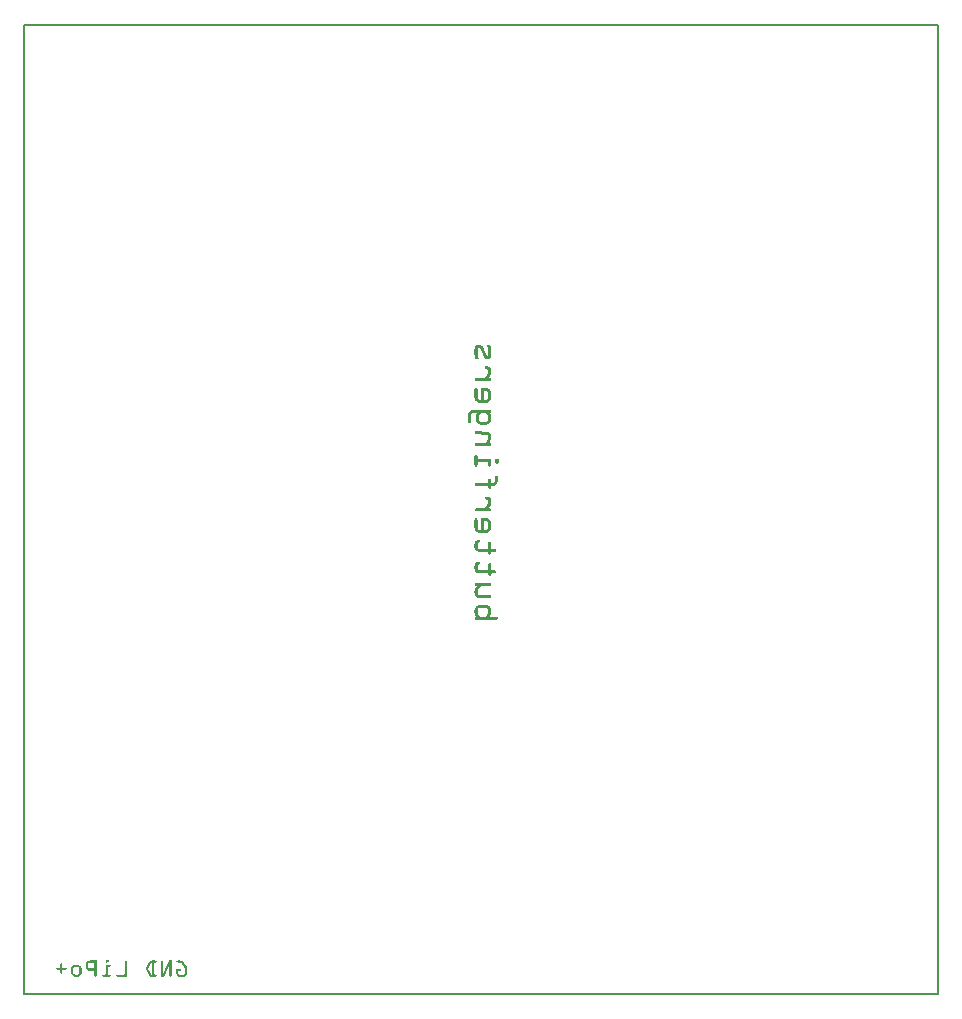
<source format=gbo>
G04 MADE WITH FRITZING*
G04 WWW.FRITZING.ORG*
G04 DOUBLE SIDED*
G04 HOLES PLATED*
G04 CONTOUR ON CENTER OF CONTOUR VECTOR*
%ASAXBY*%
%FSLAX23Y23*%
%MOIN*%
%OFA0B0*%
%SFA1.0B1.0*%
%ADD10R,3.053540X3.235340X3.037540X3.219340*%
%ADD11C,0.008000*%
%ADD12R,0.001000X0.001000*%
%LNSILK0*%
G90*
G70*
G54D11*
X4Y3231D02*
X3050Y3231D01*
X3050Y4D01*
X4Y4D01*
X4Y3231D01*
D02*
G54D12*
X1516Y2166D02*
X1525Y2166D01*
X1514Y2165D02*
X1527Y2165D01*
X1550Y2165D02*
X1555Y2165D01*
X1512Y2164D02*
X1528Y2164D01*
X1549Y2164D02*
X1556Y2164D01*
X1511Y2163D02*
X1530Y2163D01*
X1548Y2163D02*
X1557Y2163D01*
X1510Y2162D02*
X1531Y2162D01*
X1548Y2162D02*
X1558Y2162D01*
X1509Y2161D02*
X1532Y2161D01*
X1548Y2161D02*
X1559Y2161D01*
X1508Y2160D02*
X1533Y2160D01*
X1548Y2160D02*
X1559Y2160D01*
X1508Y2159D02*
X1533Y2159D01*
X1548Y2159D02*
X1560Y2159D01*
X1507Y2158D02*
X1534Y2158D01*
X1549Y2158D02*
X1560Y2158D01*
X1507Y2157D02*
X1534Y2157D01*
X1550Y2157D02*
X1561Y2157D01*
X1506Y2156D02*
X1518Y2156D01*
X1523Y2156D02*
X1535Y2156D01*
X1550Y2156D02*
X1561Y2156D01*
X1506Y2155D02*
X1516Y2155D01*
X1525Y2155D02*
X1535Y2155D01*
X1551Y2155D02*
X1561Y2155D01*
X1506Y2154D02*
X1515Y2154D01*
X1525Y2154D02*
X1535Y2154D01*
X1552Y2154D02*
X1561Y2154D01*
X1506Y2153D02*
X1515Y2153D01*
X1526Y2153D02*
X1536Y2153D01*
X1552Y2153D02*
X1561Y2153D01*
X1506Y2152D02*
X1515Y2152D01*
X1526Y2152D02*
X1536Y2152D01*
X1552Y2152D02*
X1561Y2152D01*
X1505Y2151D02*
X1515Y2151D01*
X1527Y2151D02*
X1537Y2151D01*
X1552Y2151D02*
X1561Y2151D01*
X1505Y2150D02*
X1515Y2150D01*
X1527Y2150D02*
X1537Y2150D01*
X1552Y2150D02*
X1561Y2150D01*
X1505Y2149D02*
X1515Y2149D01*
X1528Y2149D02*
X1538Y2149D01*
X1552Y2149D02*
X1561Y2149D01*
X1505Y2148D02*
X1515Y2148D01*
X1528Y2148D02*
X1538Y2148D01*
X1552Y2148D02*
X1561Y2148D01*
X1505Y2147D02*
X1515Y2147D01*
X1529Y2147D02*
X1538Y2147D01*
X1552Y2147D02*
X1561Y2147D01*
X1505Y2146D02*
X1515Y2146D01*
X1529Y2146D02*
X1539Y2146D01*
X1552Y2146D02*
X1561Y2146D01*
X1505Y2145D02*
X1515Y2145D01*
X1529Y2145D02*
X1539Y2145D01*
X1552Y2145D02*
X1561Y2145D01*
X1505Y2144D02*
X1515Y2144D01*
X1530Y2144D02*
X1540Y2144D01*
X1552Y2144D02*
X1561Y2144D01*
X1505Y2143D02*
X1515Y2143D01*
X1530Y2143D02*
X1540Y2143D01*
X1552Y2143D02*
X1561Y2143D01*
X1505Y2142D02*
X1515Y2142D01*
X1531Y2142D02*
X1541Y2142D01*
X1552Y2142D02*
X1561Y2142D01*
X1505Y2141D02*
X1515Y2141D01*
X1531Y2141D02*
X1541Y2141D01*
X1552Y2141D02*
X1561Y2141D01*
X1505Y2140D02*
X1515Y2140D01*
X1532Y2140D02*
X1541Y2140D01*
X1552Y2140D02*
X1561Y2140D01*
X1505Y2139D02*
X1515Y2139D01*
X1532Y2139D02*
X1542Y2139D01*
X1552Y2139D02*
X1561Y2139D01*
X1505Y2138D02*
X1515Y2138D01*
X1532Y2138D02*
X1542Y2138D01*
X1552Y2138D02*
X1561Y2138D01*
X1505Y2137D02*
X1515Y2137D01*
X1533Y2137D02*
X1543Y2137D01*
X1552Y2137D02*
X1561Y2137D01*
X1505Y2136D02*
X1515Y2136D01*
X1533Y2136D02*
X1543Y2136D01*
X1552Y2136D02*
X1561Y2136D01*
X1505Y2135D02*
X1515Y2135D01*
X1534Y2135D02*
X1544Y2135D01*
X1552Y2135D02*
X1561Y2135D01*
X1505Y2134D02*
X1515Y2134D01*
X1534Y2134D02*
X1544Y2134D01*
X1552Y2134D02*
X1561Y2134D01*
X1505Y2133D02*
X1515Y2133D01*
X1535Y2133D02*
X1545Y2133D01*
X1552Y2133D02*
X1561Y2133D01*
X1506Y2132D02*
X1515Y2132D01*
X1535Y2132D02*
X1545Y2132D01*
X1552Y2132D02*
X1561Y2132D01*
X1506Y2131D02*
X1515Y2131D01*
X1535Y2131D02*
X1545Y2131D01*
X1552Y2131D02*
X1561Y2131D01*
X1506Y2130D02*
X1515Y2130D01*
X1536Y2130D02*
X1546Y2130D01*
X1552Y2130D02*
X1561Y2130D01*
X1506Y2129D02*
X1515Y2129D01*
X1536Y2129D02*
X1547Y2129D01*
X1551Y2129D02*
X1561Y2129D01*
X1506Y2128D02*
X1516Y2128D01*
X1537Y2128D02*
X1561Y2128D01*
X1506Y2127D02*
X1516Y2127D01*
X1537Y2127D02*
X1561Y2127D01*
X1507Y2126D02*
X1517Y2126D01*
X1538Y2126D02*
X1560Y2126D01*
X1507Y2125D02*
X1518Y2125D01*
X1538Y2125D02*
X1560Y2125D01*
X1508Y2124D02*
X1518Y2124D01*
X1539Y2124D02*
X1559Y2124D01*
X1508Y2123D02*
X1519Y2123D01*
X1539Y2123D02*
X1558Y2123D01*
X1509Y2122D02*
X1519Y2122D01*
X1540Y2122D02*
X1557Y2122D01*
X1509Y2121D02*
X1519Y2121D01*
X1542Y2121D02*
X1556Y2121D01*
X1510Y2120D02*
X1518Y2120D01*
X1543Y2120D02*
X1555Y2120D01*
X1511Y2119D02*
X1518Y2119D01*
X1545Y2119D02*
X1553Y2119D01*
X1512Y2118D02*
X1517Y2118D01*
X1542Y2094D02*
X1550Y2094D01*
X1541Y2093D02*
X1553Y2093D01*
X1540Y2092D02*
X1555Y2092D01*
X1540Y2091D02*
X1556Y2091D01*
X1540Y2090D02*
X1557Y2090D01*
X1540Y2089D02*
X1558Y2089D01*
X1540Y2088D02*
X1559Y2088D01*
X1540Y2087D02*
X1559Y2087D01*
X1541Y2086D02*
X1560Y2086D01*
X1542Y2085D02*
X1560Y2085D01*
X1549Y2084D02*
X1561Y2084D01*
X1551Y2083D02*
X1561Y2083D01*
X1551Y2082D02*
X1561Y2082D01*
X1552Y2081D02*
X1561Y2081D01*
X1552Y2080D02*
X1561Y2080D01*
X1552Y2079D02*
X1561Y2079D01*
X1552Y2078D02*
X1561Y2078D01*
X1552Y2077D02*
X1561Y2077D01*
X1552Y2076D02*
X1561Y2076D01*
X1552Y2075D02*
X1561Y2075D01*
X1552Y2074D02*
X1561Y2074D01*
X1552Y2073D02*
X1561Y2073D01*
X1552Y2072D02*
X1561Y2072D01*
X1552Y2071D02*
X1561Y2071D01*
X1551Y2070D02*
X1561Y2070D01*
X1550Y2069D02*
X1561Y2069D01*
X1549Y2068D02*
X1561Y2068D01*
X1548Y2067D02*
X1561Y2067D01*
X1547Y2066D02*
X1560Y2066D01*
X1547Y2065D02*
X1559Y2065D01*
X1546Y2064D02*
X1558Y2064D01*
X1545Y2063D02*
X1557Y2063D01*
X1544Y2062D02*
X1556Y2062D01*
X1543Y2061D02*
X1555Y2061D01*
X1542Y2060D02*
X1555Y2060D01*
X1541Y2059D02*
X1554Y2059D01*
X1541Y2058D02*
X1553Y2058D01*
X1540Y2057D02*
X1552Y2057D01*
X1539Y2056D02*
X1551Y2056D01*
X1538Y2055D02*
X1551Y2055D01*
X1508Y2054D02*
X1559Y2054D01*
X1507Y2053D02*
X1560Y2053D01*
X1506Y2052D02*
X1561Y2052D01*
X1506Y2051D02*
X1561Y2051D01*
X1506Y2050D02*
X1561Y2050D01*
X1506Y2049D02*
X1561Y2049D01*
X1506Y2048D02*
X1561Y2048D01*
X1506Y2047D02*
X1560Y2047D01*
X1507Y2046D02*
X1559Y2046D01*
X1509Y2045D02*
X1557Y2045D01*
X1509Y2022D02*
X1511Y2022D01*
X1530Y2022D02*
X1546Y2022D01*
X1507Y2021D02*
X1513Y2021D01*
X1528Y2021D02*
X1549Y2021D01*
X1506Y2020D02*
X1514Y2020D01*
X1528Y2020D02*
X1551Y2020D01*
X1506Y2019D02*
X1514Y2019D01*
X1527Y2019D02*
X1552Y2019D01*
X1506Y2018D02*
X1514Y2018D01*
X1527Y2018D02*
X1554Y2018D01*
X1505Y2017D02*
X1515Y2017D01*
X1527Y2017D02*
X1555Y2017D01*
X1505Y2016D02*
X1515Y2016D01*
X1527Y2016D02*
X1555Y2016D01*
X1505Y2015D02*
X1515Y2015D01*
X1527Y2015D02*
X1556Y2015D01*
X1505Y2014D02*
X1515Y2014D01*
X1527Y2014D02*
X1557Y2014D01*
X1505Y2013D02*
X1515Y2013D01*
X1527Y2013D02*
X1558Y2013D01*
X1505Y2012D02*
X1515Y2012D01*
X1527Y2012D02*
X1536Y2012D01*
X1545Y2012D02*
X1559Y2012D01*
X1505Y2011D02*
X1515Y2011D01*
X1527Y2011D02*
X1536Y2011D01*
X1547Y2011D02*
X1559Y2011D01*
X1505Y2010D02*
X1515Y2010D01*
X1527Y2010D02*
X1536Y2010D01*
X1549Y2010D02*
X1560Y2010D01*
X1505Y2009D02*
X1515Y2009D01*
X1527Y2009D02*
X1536Y2009D01*
X1550Y2009D02*
X1560Y2009D01*
X1505Y2008D02*
X1515Y2008D01*
X1527Y2008D02*
X1536Y2008D01*
X1550Y2008D02*
X1561Y2008D01*
X1505Y2007D02*
X1515Y2007D01*
X1527Y2007D02*
X1536Y2007D01*
X1551Y2007D02*
X1561Y2007D01*
X1505Y2006D02*
X1515Y2006D01*
X1527Y2006D02*
X1536Y2006D01*
X1552Y2006D02*
X1561Y2006D01*
X1505Y2005D02*
X1515Y2005D01*
X1527Y2005D02*
X1536Y2005D01*
X1552Y2005D02*
X1561Y2005D01*
X1505Y2004D02*
X1515Y2004D01*
X1527Y2004D02*
X1536Y2004D01*
X1552Y2004D02*
X1561Y2004D01*
X1505Y2003D02*
X1515Y2003D01*
X1527Y2003D02*
X1536Y2003D01*
X1552Y2003D02*
X1561Y2003D01*
X1505Y2002D02*
X1515Y2002D01*
X1527Y2002D02*
X1536Y2002D01*
X1552Y2002D02*
X1561Y2002D01*
X1505Y2001D02*
X1515Y2001D01*
X1527Y2001D02*
X1536Y2001D01*
X1552Y2001D02*
X1561Y2001D01*
X1505Y2000D02*
X1515Y2000D01*
X1527Y2000D02*
X1536Y2000D01*
X1552Y2000D02*
X1561Y2000D01*
X1505Y1999D02*
X1515Y1999D01*
X1527Y1999D02*
X1536Y1999D01*
X1552Y1999D02*
X1561Y1999D01*
X1505Y1998D02*
X1515Y1998D01*
X1527Y1998D02*
X1536Y1998D01*
X1552Y1998D02*
X1561Y1998D01*
X1505Y1997D02*
X1515Y1997D01*
X1527Y1997D02*
X1536Y1997D01*
X1552Y1997D02*
X1561Y1997D01*
X1505Y1996D02*
X1515Y1996D01*
X1527Y1996D02*
X1536Y1996D01*
X1552Y1996D02*
X1561Y1996D01*
X1505Y1995D02*
X1515Y1995D01*
X1527Y1995D02*
X1536Y1995D01*
X1552Y1995D02*
X1561Y1995D01*
X1505Y1994D02*
X1515Y1994D01*
X1527Y1994D02*
X1536Y1994D01*
X1552Y1994D02*
X1561Y1994D01*
X1505Y1993D02*
X1515Y1993D01*
X1527Y1993D02*
X1536Y1993D01*
X1552Y1993D02*
X1561Y1993D01*
X1505Y1992D02*
X1515Y1992D01*
X1527Y1992D02*
X1536Y1992D01*
X1552Y1992D02*
X1561Y1992D01*
X1505Y1991D02*
X1515Y1991D01*
X1527Y1991D02*
X1536Y1991D01*
X1552Y1991D02*
X1561Y1991D01*
X1506Y1990D02*
X1515Y1990D01*
X1527Y1990D02*
X1536Y1990D01*
X1552Y1990D02*
X1561Y1990D01*
X1506Y1989D02*
X1515Y1989D01*
X1527Y1989D02*
X1536Y1989D01*
X1552Y1989D02*
X1561Y1989D01*
X1506Y1988D02*
X1516Y1988D01*
X1527Y1988D02*
X1536Y1988D01*
X1551Y1988D02*
X1561Y1988D01*
X1506Y1987D02*
X1516Y1987D01*
X1527Y1987D02*
X1536Y1987D01*
X1550Y1987D02*
X1561Y1987D01*
X1506Y1986D02*
X1517Y1986D01*
X1527Y1986D02*
X1536Y1986D01*
X1549Y1986D02*
X1560Y1986D01*
X1507Y1985D02*
X1518Y1985D01*
X1527Y1985D02*
X1536Y1985D01*
X1549Y1985D02*
X1560Y1985D01*
X1507Y1984D02*
X1519Y1984D01*
X1527Y1984D02*
X1536Y1984D01*
X1547Y1984D02*
X1559Y1984D01*
X1508Y1983D02*
X1521Y1983D01*
X1527Y1983D02*
X1536Y1983D01*
X1546Y1983D02*
X1559Y1983D01*
X1509Y1982D02*
X1558Y1982D01*
X1509Y1981D02*
X1557Y1981D01*
X1510Y1980D02*
X1556Y1980D01*
X1511Y1979D02*
X1556Y1979D01*
X1512Y1978D02*
X1555Y1978D01*
X1513Y1977D02*
X1554Y1977D01*
X1514Y1976D02*
X1553Y1976D01*
X1515Y1975D02*
X1551Y1975D01*
X1517Y1974D02*
X1549Y1974D01*
X1520Y1973D02*
X1547Y1973D01*
X1503Y1950D02*
X1556Y1950D01*
X1497Y1949D02*
X1559Y1949D01*
X1495Y1948D02*
X1560Y1948D01*
X1494Y1947D02*
X1561Y1947D01*
X1492Y1946D02*
X1561Y1946D01*
X1491Y1945D02*
X1561Y1945D01*
X1490Y1944D02*
X1561Y1944D01*
X1490Y1943D02*
X1561Y1943D01*
X1489Y1942D02*
X1560Y1942D01*
X1488Y1941D02*
X1559Y1941D01*
X1487Y1940D02*
X1557Y1940D01*
X1486Y1939D02*
X1499Y1939D01*
X1516Y1939D02*
X1528Y1939D01*
X1542Y1939D02*
X1555Y1939D01*
X1486Y1938D02*
X1498Y1938D01*
X1515Y1938D02*
X1527Y1938D01*
X1544Y1938D02*
X1556Y1938D01*
X1485Y1937D02*
X1497Y1937D01*
X1514Y1937D02*
X1526Y1937D01*
X1545Y1937D02*
X1557Y1937D01*
X1485Y1936D02*
X1496Y1936D01*
X1513Y1936D02*
X1526Y1936D01*
X1545Y1936D02*
X1558Y1936D01*
X1485Y1935D02*
X1495Y1935D01*
X1512Y1935D02*
X1525Y1935D01*
X1546Y1935D02*
X1558Y1935D01*
X1485Y1934D02*
X1494Y1934D01*
X1512Y1934D02*
X1524Y1934D01*
X1547Y1934D02*
X1559Y1934D01*
X1484Y1933D02*
X1494Y1933D01*
X1511Y1933D02*
X1523Y1933D01*
X1548Y1933D02*
X1560Y1933D01*
X1484Y1932D02*
X1493Y1932D01*
X1511Y1932D02*
X1522Y1932D01*
X1549Y1932D02*
X1560Y1932D01*
X1484Y1931D02*
X1493Y1931D01*
X1511Y1931D02*
X1521Y1931D01*
X1550Y1931D02*
X1560Y1931D01*
X1484Y1930D02*
X1493Y1930D01*
X1510Y1930D02*
X1520Y1930D01*
X1551Y1930D02*
X1561Y1930D01*
X1484Y1929D02*
X1493Y1929D01*
X1510Y1929D02*
X1520Y1929D01*
X1551Y1929D02*
X1561Y1929D01*
X1484Y1928D02*
X1493Y1928D01*
X1510Y1928D02*
X1519Y1928D01*
X1552Y1928D02*
X1561Y1928D01*
X1484Y1927D02*
X1493Y1927D01*
X1510Y1927D02*
X1519Y1927D01*
X1552Y1927D02*
X1561Y1927D01*
X1484Y1926D02*
X1493Y1926D01*
X1510Y1926D02*
X1519Y1926D01*
X1552Y1926D02*
X1561Y1926D01*
X1484Y1925D02*
X1493Y1925D01*
X1510Y1925D02*
X1519Y1925D01*
X1552Y1925D02*
X1561Y1925D01*
X1484Y1924D02*
X1493Y1924D01*
X1510Y1924D02*
X1519Y1924D01*
X1552Y1924D02*
X1561Y1924D01*
X1484Y1923D02*
X1493Y1923D01*
X1510Y1923D02*
X1519Y1923D01*
X1552Y1923D02*
X1561Y1923D01*
X1484Y1922D02*
X1493Y1922D01*
X1510Y1922D02*
X1519Y1922D01*
X1552Y1922D02*
X1561Y1922D01*
X1484Y1921D02*
X1493Y1921D01*
X1510Y1921D02*
X1519Y1921D01*
X1552Y1921D02*
X1561Y1921D01*
X1484Y1920D02*
X1493Y1920D01*
X1510Y1920D02*
X1519Y1920D01*
X1552Y1920D02*
X1561Y1920D01*
X1484Y1919D02*
X1493Y1919D01*
X1510Y1919D02*
X1519Y1919D01*
X1552Y1919D02*
X1561Y1919D01*
X1484Y1918D02*
X1493Y1918D01*
X1510Y1918D02*
X1519Y1918D01*
X1552Y1918D02*
X1561Y1918D01*
X1484Y1917D02*
X1493Y1917D01*
X1510Y1917D02*
X1519Y1917D01*
X1552Y1917D02*
X1561Y1917D01*
X1484Y1916D02*
X1493Y1916D01*
X1510Y1916D02*
X1520Y1916D01*
X1551Y1916D02*
X1561Y1916D01*
X1484Y1915D02*
X1493Y1915D01*
X1510Y1915D02*
X1520Y1915D01*
X1551Y1915D02*
X1561Y1915D01*
X1484Y1914D02*
X1493Y1914D01*
X1510Y1914D02*
X1521Y1914D01*
X1550Y1914D02*
X1560Y1914D01*
X1484Y1913D02*
X1493Y1913D01*
X1511Y1913D02*
X1522Y1913D01*
X1549Y1913D02*
X1560Y1913D01*
X1484Y1912D02*
X1493Y1912D01*
X1511Y1912D02*
X1523Y1912D01*
X1548Y1912D02*
X1560Y1912D01*
X1484Y1911D02*
X1493Y1911D01*
X1512Y1911D02*
X1524Y1911D01*
X1547Y1911D02*
X1559Y1911D01*
X1484Y1910D02*
X1493Y1910D01*
X1513Y1910D02*
X1558Y1910D01*
X1484Y1909D02*
X1493Y1909D01*
X1513Y1909D02*
X1558Y1909D01*
X1485Y1908D02*
X1493Y1908D01*
X1514Y1908D02*
X1557Y1908D01*
X1485Y1907D02*
X1492Y1907D01*
X1515Y1907D02*
X1556Y1907D01*
X1487Y1906D02*
X1491Y1906D01*
X1516Y1906D02*
X1555Y1906D01*
X1517Y1905D02*
X1554Y1905D01*
X1518Y1904D02*
X1553Y1904D01*
X1519Y1903D02*
X1552Y1903D01*
X1521Y1902D02*
X1550Y1902D01*
X1523Y1901D02*
X1548Y1901D01*
X1508Y1877D02*
X1529Y1877D01*
X1507Y1876D02*
X1550Y1876D01*
X1506Y1875D02*
X1553Y1875D01*
X1506Y1874D02*
X1554Y1874D01*
X1506Y1873D02*
X1556Y1873D01*
X1506Y1872D02*
X1557Y1872D01*
X1506Y1871D02*
X1558Y1871D01*
X1506Y1870D02*
X1559Y1870D01*
X1507Y1869D02*
X1559Y1869D01*
X1509Y1868D02*
X1560Y1868D01*
X1528Y1867D02*
X1560Y1867D01*
X1549Y1866D02*
X1561Y1866D01*
X1550Y1865D02*
X1561Y1865D01*
X1551Y1864D02*
X1561Y1864D01*
X1552Y1863D02*
X1561Y1863D01*
X1552Y1862D02*
X1561Y1862D01*
X1552Y1861D02*
X1561Y1861D01*
X1552Y1860D02*
X1561Y1860D01*
X1552Y1859D02*
X1561Y1859D01*
X1552Y1858D02*
X1561Y1858D01*
X1552Y1857D02*
X1561Y1857D01*
X1552Y1856D02*
X1561Y1856D01*
X1552Y1855D02*
X1561Y1855D01*
X1552Y1854D02*
X1561Y1854D01*
X1551Y1853D02*
X1561Y1853D01*
X1551Y1852D02*
X1561Y1852D01*
X1550Y1851D02*
X1560Y1851D01*
X1549Y1850D02*
X1560Y1850D01*
X1549Y1849D02*
X1560Y1849D01*
X1548Y1848D02*
X1559Y1848D01*
X1547Y1847D02*
X1558Y1847D01*
X1547Y1846D02*
X1558Y1846D01*
X1546Y1845D02*
X1557Y1845D01*
X1546Y1844D02*
X1557Y1844D01*
X1545Y1843D02*
X1556Y1843D01*
X1544Y1842D02*
X1555Y1842D01*
X1544Y1841D02*
X1555Y1841D01*
X1543Y1840D02*
X1554Y1840D01*
X1542Y1839D02*
X1553Y1839D01*
X1511Y1838D02*
X1556Y1838D01*
X1508Y1837D02*
X1559Y1837D01*
X1507Y1836D02*
X1560Y1836D01*
X1506Y1835D02*
X1561Y1835D01*
X1506Y1834D02*
X1561Y1834D01*
X1506Y1833D02*
X1561Y1833D01*
X1506Y1832D02*
X1561Y1832D01*
X1506Y1831D02*
X1561Y1831D01*
X1507Y1830D02*
X1560Y1830D01*
X1508Y1829D02*
X1559Y1829D01*
X1510Y1828D02*
X1557Y1828D01*
X1509Y1800D02*
X1511Y1800D01*
X1507Y1799D02*
X1513Y1799D01*
X1506Y1798D02*
X1514Y1798D01*
X1506Y1797D02*
X1514Y1797D01*
X1506Y1796D02*
X1514Y1796D01*
X1505Y1795D02*
X1515Y1795D01*
X1505Y1794D02*
X1515Y1794D01*
X1505Y1793D02*
X1515Y1793D01*
X1505Y1792D02*
X1515Y1792D01*
X1505Y1791D02*
X1515Y1791D01*
X1505Y1790D02*
X1515Y1790D01*
X1505Y1789D02*
X1515Y1789D01*
X1505Y1788D02*
X1515Y1788D01*
X1505Y1787D02*
X1515Y1787D01*
X1505Y1786D02*
X1515Y1786D01*
X1505Y1785D02*
X1558Y1785D01*
X1576Y1785D02*
X1584Y1785D01*
X1505Y1784D02*
X1560Y1784D01*
X1575Y1784D02*
X1585Y1784D01*
X1505Y1783D02*
X1560Y1783D01*
X1574Y1783D02*
X1586Y1783D01*
X1505Y1782D02*
X1561Y1782D01*
X1574Y1782D02*
X1586Y1782D01*
X1505Y1781D02*
X1561Y1781D01*
X1573Y1781D02*
X1587Y1781D01*
X1505Y1780D02*
X1561Y1780D01*
X1573Y1780D02*
X1587Y1780D01*
X1505Y1779D02*
X1561Y1779D01*
X1573Y1779D02*
X1587Y1779D01*
X1505Y1778D02*
X1561Y1778D01*
X1573Y1778D02*
X1587Y1778D01*
X1505Y1777D02*
X1561Y1777D01*
X1573Y1777D02*
X1587Y1777D01*
X1505Y1776D02*
X1561Y1776D01*
X1573Y1776D02*
X1587Y1776D01*
X1505Y1775D02*
X1515Y1775D01*
X1552Y1775D02*
X1561Y1775D01*
X1573Y1775D02*
X1587Y1775D01*
X1505Y1774D02*
X1515Y1774D01*
X1552Y1774D02*
X1561Y1774D01*
X1574Y1774D02*
X1586Y1774D01*
X1505Y1773D02*
X1515Y1773D01*
X1552Y1773D02*
X1561Y1773D01*
X1574Y1773D02*
X1586Y1773D01*
X1505Y1772D02*
X1515Y1772D01*
X1552Y1772D02*
X1561Y1772D01*
X1575Y1772D02*
X1585Y1772D01*
X1505Y1771D02*
X1515Y1771D01*
X1552Y1771D02*
X1561Y1771D01*
X1576Y1771D02*
X1584Y1771D01*
X1505Y1770D02*
X1515Y1770D01*
X1552Y1770D02*
X1561Y1770D01*
X1505Y1769D02*
X1515Y1769D01*
X1552Y1769D02*
X1561Y1769D01*
X1505Y1768D02*
X1515Y1768D01*
X1552Y1768D02*
X1561Y1768D01*
X1505Y1767D02*
X1515Y1767D01*
X1552Y1767D02*
X1561Y1767D01*
X1505Y1766D02*
X1515Y1766D01*
X1552Y1766D02*
X1561Y1766D01*
X1506Y1765D02*
X1514Y1765D01*
X1552Y1765D02*
X1561Y1765D01*
X1506Y1764D02*
X1514Y1764D01*
X1552Y1764D02*
X1561Y1764D01*
X1506Y1763D02*
X1514Y1763D01*
X1553Y1763D02*
X1560Y1763D01*
X1507Y1762D02*
X1513Y1762D01*
X1554Y1762D02*
X1560Y1762D01*
X1509Y1761D02*
X1512Y1761D01*
X1555Y1761D02*
X1558Y1761D01*
X1576Y1730D02*
X1580Y1730D01*
X1575Y1729D02*
X1581Y1729D01*
X1574Y1728D02*
X1582Y1728D01*
X1574Y1727D02*
X1582Y1727D01*
X1573Y1726D02*
X1582Y1726D01*
X1573Y1725D02*
X1582Y1725D01*
X1573Y1724D02*
X1582Y1724D01*
X1573Y1723D02*
X1582Y1723D01*
X1573Y1722D02*
X1582Y1722D01*
X1573Y1721D02*
X1582Y1721D01*
X1555Y1720D02*
X1558Y1720D01*
X1573Y1720D02*
X1582Y1720D01*
X1554Y1719D02*
X1560Y1719D01*
X1573Y1719D02*
X1582Y1719D01*
X1553Y1718D02*
X1561Y1718D01*
X1573Y1718D02*
X1582Y1718D01*
X1552Y1717D02*
X1561Y1717D01*
X1573Y1717D02*
X1582Y1717D01*
X1552Y1716D02*
X1561Y1716D01*
X1573Y1716D02*
X1582Y1716D01*
X1552Y1715D02*
X1561Y1715D01*
X1573Y1715D02*
X1582Y1715D01*
X1552Y1714D02*
X1561Y1714D01*
X1573Y1714D02*
X1582Y1714D01*
X1552Y1713D02*
X1561Y1713D01*
X1573Y1713D02*
X1582Y1713D01*
X1552Y1712D02*
X1561Y1712D01*
X1573Y1712D02*
X1582Y1712D01*
X1552Y1711D02*
X1561Y1711D01*
X1573Y1711D02*
X1582Y1711D01*
X1552Y1710D02*
X1561Y1710D01*
X1573Y1710D02*
X1582Y1710D01*
X1552Y1709D02*
X1561Y1709D01*
X1572Y1709D02*
X1582Y1709D01*
X1552Y1708D02*
X1561Y1708D01*
X1571Y1708D02*
X1582Y1708D01*
X1552Y1707D02*
X1561Y1707D01*
X1570Y1707D02*
X1581Y1707D01*
X1552Y1706D02*
X1561Y1706D01*
X1568Y1706D02*
X1581Y1706D01*
X1508Y1705D02*
X1580Y1705D01*
X1507Y1704D02*
X1580Y1704D01*
X1506Y1703D02*
X1579Y1703D01*
X1506Y1702D02*
X1578Y1702D01*
X1506Y1701D02*
X1577Y1701D01*
X1506Y1700D02*
X1576Y1700D01*
X1506Y1699D02*
X1575Y1699D01*
X1506Y1698D02*
X1573Y1698D01*
X1507Y1697D02*
X1572Y1697D01*
X1509Y1696D02*
X1568Y1696D01*
X1552Y1695D02*
X1561Y1695D01*
X1552Y1694D02*
X1561Y1694D01*
X1552Y1693D02*
X1561Y1693D01*
X1552Y1692D02*
X1561Y1692D01*
X1552Y1691D02*
X1561Y1691D01*
X1552Y1690D02*
X1561Y1690D01*
X1553Y1689D02*
X1561Y1689D01*
X1553Y1688D02*
X1560Y1688D01*
X1554Y1687D02*
X1559Y1687D01*
X1556Y1686D02*
X1558Y1686D01*
X1542Y1660D02*
X1551Y1660D01*
X1541Y1659D02*
X1553Y1659D01*
X1540Y1658D02*
X1555Y1658D01*
X1540Y1657D02*
X1556Y1657D01*
X1540Y1656D02*
X1557Y1656D01*
X1540Y1655D02*
X1558Y1655D01*
X1540Y1654D02*
X1559Y1654D01*
X1540Y1653D02*
X1559Y1653D01*
X1541Y1652D02*
X1560Y1652D01*
X1543Y1651D02*
X1560Y1651D01*
X1550Y1650D02*
X1561Y1650D01*
X1551Y1649D02*
X1561Y1649D01*
X1552Y1648D02*
X1561Y1648D01*
X1552Y1647D02*
X1561Y1647D01*
X1552Y1646D02*
X1561Y1646D01*
X1552Y1645D02*
X1561Y1645D01*
X1552Y1644D02*
X1561Y1644D01*
X1552Y1643D02*
X1561Y1643D01*
X1552Y1642D02*
X1561Y1642D01*
X1552Y1641D02*
X1561Y1641D01*
X1552Y1640D02*
X1561Y1640D01*
X1552Y1639D02*
X1561Y1639D01*
X1552Y1638D02*
X1561Y1638D01*
X1552Y1637D02*
X1561Y1637D01*
X1551Y1636D02*
X1561Y1636D01*
X1550Y1635D02*
X1561Y1635D01*
X1549Y1634D02*
X1561Y1634D01*
X1548Y1633D02*
X1560Y1633D01*
X1547Y1632D02*
X1560Y1632D01*
X1546Y1631D02*
X1559Y1631D01*
X1545Y1630D02*
X1558Y1630D01*
X1545Y1629D02*
X1557Y1629D01*
X1544Y1628D02*
X1556Y1628D01*
X1543Y1627D02*
X1555Y1627D01*
X1542Y1626D02*
X1554Y1626D01*
X1541Y1625D02*
X1554Y1625D01*
X1540Y1624D02*
X1553Y1624D01*
X1539Y1623D02*
X1552Y1623D01*
X1539Y1622D02*
X1551Y1622D01*
X1510Y1621D02*
X1557Y1621D01*
X1507Y1620D02*
X1559Y1620D01*
X1507Y1619D02*
X1560Y1619D01*
X1506Y1618D02*
X1561Y1618D01*
X1506Y1617D02*
X1561Y1617D01*
X1506Y1616D02*
X1561Y1616D01*
X1506Y1615D02*
X1561Y1615D01*
X1506Y1614D02*
X1561Y1614D01*
X1507Y1613D02*
X1560Y1613D01*
X1508Y1612D02*
X1559Y1612D01*
X1508Y1588D02*
X1512Y1588D01*
X1530Y1588D02*
X1547Y1588D01*
X1507Y1587D02*
X1513Y1587D01*
X1528Y1587D02*
X1550Y1587D01*
X1506Y1586D02*
X1514Y1586D01*
X1527Y1586D02*
X1551Y1586D01*
X1506Y1585D02*
X1514Y1585D01*
X1527Y1585D02*
X1553Y1585D01*
X1506Y1584D02*
X1514Y1584D01*
X1527Y1584D02*
X1554Y1584D01*
X1505Y1583D02*
X1515Y1583D01*
X1527Y1583D02*
X1555Y1583D01*
X1505Y1582D02*
X1515Y1582D01*
X1527Y1582D02*
X1556Y1582D01*
X1505Y1581D02*
X1515Y1581D01*
X1527Y1581D02*
X1557Y1581D01*
X1505Y1580D02*
X1515Y1580D01*
X1527Y1580D02*
X1557Y1580D01*
X1505Y1579D02*
X1515Y1579D01*
X1527Y1579D02*
X1558Y1579D01*
X1505Y1578D02*
X1515Y1578D01*
X1527Y1578D02*
X1536Y1578D01*
X1546Y1578D02*
X1559Y1578D01*
X1505Y1577D02*
X1515Y1577D01*
X1527Y1577D02*
X1536Y1577D01*
X1548Y1577D02*
X1559Y1577D01*
X1505Y1576D02*
X1515Y1576D01*
X1527Y1576D02*
X1536Y1576D01*
X1549Y1576D02*
X1560Y1576D01*
X1505Y1575D02*
X1515Y1575D01*
X1527Y1575D02*
X1536Y1575D01*
X1550Y1575D02*
X1560Y1575D01*
X1505Y1574D02*
X1515Y1574D01*
X1527Y1574D02*
X1536Y1574D01*
X1550Y1574D02*
X1561Y1574D01*
X1505Y1573D02*
X1515Y1573D01*
X1527Y1573D02*
X1536Y1573D01*
X1551Y1573D02*
X1561Y1573D01*
X1505Y1572D02*
X1515Y1572D01*
X1527Y1572D02*
X1536Y1572D01*
X1552Y1572D02*
X1561Y1572D01*
X1505Y1571D02*
X1515Y1571D01*
X1527Y1571D02*
X1536Y1571D01*
X1552Y1571D02*
X1561Y1571D01*
X1505Y1570D02*
X1515Y1570D01*
X1527Y1570D02*
X1536Y1570D01*
X1552Y1570D02*
X1561Y1570D01*
X1505Y1569D02*
X1515Y1569D01*
X1527Y1569D02*
X1536Y1569D01*
X1552Y1569D02*
X1561Y1569D01*
X1505Y1568D02*
X1515Y1568D01*
X1527Y1568D02*
X1536Y1568D01*
X1552Y1568D02*
X1561Y1568D01*
X1505Y1567D02*
X1515Y1567D01*
X1527Y1567D02*
X1536Y1567D01*
X1552Y1567D02*
X1561Y1567D01*
X1505Y1566D02*
X1515Y1566D01*
X1527Y1566D02*
X1536Y1566D01*
X1552Y1566D02*
X1561Y1566D01*
X1505Y1565D02*
X1515Y1565D01*
X1527Y1565D02*
X1536Y1565D01*
X1552Y1565D02*
X1561Y1565D01*
X1505Y1564D02*
X1515Y1564D01*
X1527Y1564D02*
X1536Y1564D01*
X1552Y1564D02*
X1561Y1564D01*
X1505Y1563D02*
X1515Y1563D01*
X1527Y1563D02*
X1536Y1563D01*
X1552Y1563D02*
X1561Y1563D01*
X1505Y1562D02*
X1515Y1562D01*
X1527Y1562D02*
X1536Y1562D01*
X1552Y1562D02*
X1561Y1562D01*
X1505Y1561D02*
X1515Y1561D01*
X1527Y1561D02*
X1536Y1561D01*
X1552Y1561D02*
X1561Y1561D01*
X1505Y1560D02*
X1515Y1560D01*
X1527Y1560D02*
X1536Y1560D01*
X1552Y1560D02*
X1561Y1560D01*
X1505Y1559D02*
X1515Y1559D01*
X1527Y1559D02*
X1536Y1559D01*
X1552Y1559D02*
X1561Y1559D01*
X1505Y1558D02*
X1515Y1558D01*
X1527Y1558D02*
X1536Y1558D01*
X1552Y1558D02*
X1561Y1558D01*
X1505Y1557D02*
X1515Y1557D01*
X1527Y1557D02*
X1536Y1557D01*
X1552Y1557D02*
X1561Y1557D01*
X1506Y1556D02*
X1515Y1556D01*
X1527Y1556D02*
X1536Y1556D01*
X1552Y1556D02*
X1561Y1556D01*
X1506Y1555D02*
X1515Y1555D01*
X1527Y1555D02*
X1536Y1555D01*
X1552Y1555D02*
X1561Y1555D01*
X1506Y1554D02*
X1516Y1554D01*
X1527Y1554D02*
X1536Y1554D01*
X1551Y1554D02*
X1561Y1554D01*
X1506Y1553D02*
X1517Y1553D01*
X1527Y1553D02*
X1536Y1553D01*
X1550Y1553D02*
X1561Y1553D01*
X1506Y1552D02*
X1517Y1552D01*
X1527Y1552D02*
X1536Y1552D01*
X1549Y1552D02*
X1560Y1552D01*
X1507Y1551D02*
X1518Y1551D01*
X1527Y1551D02*
X1536Y1551D01*
X1548Y1551D02*
X1560Y1551D01*
X1507Y1550D02*
X1520Y1550D01*
X1527Y1550D02*
X1536Y1550D01*
X1547Y1550D02*
X1559Y1550D01*
X1508Y1549D02*
X1522Y1549D01*
X1526Y1549D02*
X1536Y1549D01*
X1545Y1549D02*
X1559Y1549D01*
X1509Y1548D02*
X1558Y1548D01*
X1509Y1547D02*
X1557Y1547D01*
X1510Y1546D02*
X1556Y1546D01*
X1511Y1545D02*
X1555Y1545D01*
X1512Y1544D02*
X1554Y1544D01*
X1513Y1543D02*
X1554Y1543D01*
X1514Y1542D02*
X1552Y1542D01*
X1516Y1541D02*
X1551Y1541D01*
X1517Y1540D02*
X1549Y1540D01*
X1521Y1539D02*
X1545Y1539D01*
X1517Y1516D02*
X1519Y1516D01*
X1514Y1515D02*
X1521Y1515D01*
X1513Y1514D02*
X1522Y1514D01*
X1511Y1513D02*
X1523Y1513D01*
X1510Y1512D02*
X1523Y1512D01*
X1509Y1511D02*
X1523Y1511D01*
X1556Y1511D02*
X1557Y1511D01*
X1508Y1510D02*
X1523Y1510D01*
X1554Y1510D02*
X1559Y1510D01*
X1508Y1509D02*
X1522Y1509D01*
X1553Y1509D02*
X1560Y1509D01*
X1507Y1508D02*
X1522Y1508D01*
X1553Y1508D02*
X1561Y1508D01*
X1507Y1507D02*
X1520Y1507D01*
X1552Y1507D02*
X1561Y1507D01*
X1506Y1506D02*
X1518Y1506D01*
X1552Y1506D02*
X1561Y1506D01*
X1506Y1505D02*
X1517Y1505D01*
X1552Y1505D02*
X1561Y1505D01*
X1506Y1504D02*
X1516Y1504D01*
X1552Y1504D02*
X1561Y1504D01*
X1506Y1503D02*
X1515Y1503D01*
X1552Y1503D02*
X1561Y1503D01*
X1506Y1502D02*
X1515Y1502D01*
X1552Y1502D02*
X1561Y1502D01*
X1505Y1501D02*
X1515Y1501D01*
X1552Y1501D02*
X1561Y1501D01*
X1505Y1500D02*
X1515Y1500D01*
X1552Y1500D02*
X1561Y1500D01*
X1505Y1499D02*
X1515Y1499D01*
X1552Y1499D02*
X1561Y1499D01*
X1505Y1498D02*
X1515Y1498D01*
X1552Y1498D02*
X1561Y1498D01*
X1505Y1497D02*
X1515Y1497D01*
X1552Y1497D02*
X1561Y1497D01*
X1505Y1496D02*
X1515Y1496D01*
X1552Y1496D02*
X1561Y1496D01*
X1505Y1495D02*
X1515Y1495D01*
X1552Y1495D02*
X1561Y1495D01*
X1505Y1494D02*
X1515Y1494D01*
X1552Y1494D02*
X1561Y1494D01*
X1505Y1493D02*
X1515Y1493D01*
X1552Y1493D02*
X1561Y1493D01*
X1505Y1492D02*
X1515Y1492D01*
X1552Y1492D02*
X1561Y1492D01*
X1505Y1491D02*
X1515Y1491D01*
X1552Y1491D02*
X1561Y1491D01*
X1506Y1490D02*
X1515Y1490D01*
X1552Y1490D02*
X1561Y1490D01*
X1506Y1489D02*
X1515Y1489D01*
X1552Y1489D02*
X1561Y1489D01*
X1506Y1488D02*
X1516Y1488D01*
X1552Y1488D02*
X1561Y1488D01*
X1506Y1487D02*
X1517Y1487D01*
X1552Y1487D02*
X1561Y1487D01*
X1506Y1486D02*
X1575Y1486D01*
X1507Y1485D02*
X1577Y1485D01*
X1507Y1484D02*
X1577Y1484D01*
X1508Y1483D02*
X1578Y1483D01*
X1509Y1482D02*
X1578Y1482D01*
X1510Y1481D02*
X1578Y1481D01*
X1511Y1480D02*
X1578Y1480D01*
X1512Y1479D02*
X1578Y1479D01*
X1514Y1478D02*
X1577Y1478D01*
X1516Y1477D02*
X1575Y1477D01*
X1552Y1476D02*
X1561Y1476D01*
X1552Y1475D02*
X1561Y1475D01*
X1552Y1474D02*
X1561Y1474D01*
X1552Y1473D02*
X1561Y1473D01*
X1552Y1472D02*
X1561Y1472D01*
X1552Y1471D02*
X1561Y1471D01*
X1552Y1470D02*
X1561Y1470D01*
X1553Y1469D02*
X1561Y1469D01*
X1554Y1468D02*
X1560Y1468D01*
X1555Y1467D02*
X1558Y1467D01*
X1515Y1443D02*
X1521Y1443D01*
X1513Y1442D02*
X1522Y1442D01*
X1512Y1441D02*
X1523Y1441D01*
X1511Y1440D02*
X1523Y1440D01*
X1509Y1439D02*
X1523Y1439D01*
X1509Y1438D02*
X1523Y1438D01*
X1554Y1438D02*
X1559Y1438D01*
X1508Y1437D02*
X1523Y1437D01*
X1553Y1437D02*
X1560Y1437D01*
X1507Y1436D02*
X1522Y1436D01*
X1553Y1436D02*
X1561Y1436D01*
X1507Y1435D02*
X1521Y1435D01*
X1552Y1435D02*
X1561Y1435D01*
X1506Y1434D02*
X1519Y1434D01*
X1552Y1434D02*
X1561Y1434D01*
X1506Y1433D02*
X1517Y1433D01*
X1552Y1433D02*
X1561Y1433D01*
X1506Y1432D02*
X1516Y1432D01*
X1552Y1432D02*
X1561Y1432D01*
X1506Y1431D02*
X1515Y1431D01*
X1552Y1431D02*
X1561Y1431D01*
X1506Y1430D02*
X1515Y1430D01*
X1552Y1430D02*
X1561Y1430D01*
X1505Y1429D02*
X1515Y1429D01*
X1552Y1429D02*
X1561Y1429D01*
X1505Y1428D02*
X1515Y1428D01*
X1552Y1428D02*
X1561Y1428D01*
X1505Y1427D02*
X1515Y1427D01*
X1552Y1427D02*
X1561Y1427D01*
X1505Y1426D02*
X1515Y1426D01*
X1552Y1426D02*
X1561Y1426D01*
X1505Y1425D02*
X1515Y1425D01*
X1552Y1425D02*
X1561Y1425D01*
X1505Y1424D02*
X1515Y1424D01*
X1552Y1424D02*
X1561Y1424D01*
X1505Y1423D02*
X1515Y1423D01*
X1552Y1423D02*
X1561Y1423D01*
X1505Y1422D02*
X1515Y1422D01*
X1552Y1422D02*
X1561Y1422D01*
X1505Y1421D02*
X1515Y1421D01*
X1552Y1421D02*
X1561Y1421D01*
X1505Y1420D02*
X1515Y1420D01*
X1552Y1420D02*
X1561Y1420D01*
X1505Y1419D02*
X1515Y1419D01*
X1552Y1419D02*
X1561Y1419D01*
X1506Y1418D02*
X1515Y1418D01*
X1552Y1418D02*
X1561Y1418D01*
X1506Y1417D02*
X1515Y1417D01*
X1552Y1417D02*
X1561Y1417D01*
X1506Y1416D02*
X1516Y1416D01*
X1552Y1416D02*
X1561Y1416D01*
X1506Y1415D02*
X1517Y1415D01*
X1552Y1415D02*
X1561Y1415D01*
X1506Y1414D02*
X1574Y1414D01*
X1507Y1413D02*
X1576Y1413D01*
X1507Y1412D02*
X1577Y1412D01*
X1508Y1411D02*
X1578Y1411D01*
X1509Y1410D02*
X1578Y1410D01*
X1509Y1409D02*
X1578Y1409D01*
X1510Y1408D02*
X1578Y1408D01*
X1512Y1407D02*
X1578Y1407D01*
X1513Y1406D02*
X1577Y1406D01*
X1515Y1405D02*
X1576Y1405D01*
X1552Y1404D02*
X1562Y1404D01*
X1552Y1403D02*
X1561Y1403D01*
X1552Y1402D02*
X1561Y1402D01*
X1552Y1401D02*
X1561Y1401D01*
X1552Y1400D02*
X1561Y1400D01*
X1552Y1399D02*
X1561Y1399D01*
X1552Y1398D02*
X1561Y1398D01*
X1553Y1397D02*
X1561Y1397D01*
X1553Y1396D02*
X1560Y1396D01*
X1555Y1395D02*
X1559Y1395D01*
X1508Y1371D02*
X1559Y1371D01*
X1507Y1370D02*
X1560Y1370D01*
X1506Y1369D02*
X1561Y1369D01*
X1506Y1368D02*
X1561Y1368D01*
X1506Y1367D02*
X1561Y1367D01*
X1506Y1366D02*
X1561Y1366D01*
X1506Y1365D02*
X1561Y1365D01*
X1506Y1364D02*
X1560Y1364D01*
X1507Y1363D02*
X1560Y1363D01*
X1509Y1362D02*
X1558Y1362D01*
X1514Y1361D02*
X1525Y1361D01*
X1513Y1360D02*
X1524Y1360D01*
X1512Y1359D02*
X1523Y1359D01*
X1512Y1358D02*
X1523Y1358D01*
X1511Y1357D02*
X1522Y1357D01*
X1510Y1356D02*
X1521Y1356D01*
X1510Y1355D02*
X1521Y1355D01*
X1509Y1354D02*
X1520Y1354D01*
X1509Y1353D02*
X1520Y1353D01*
X1508Y1352D02*
X1519Y1352D01*
X1507Y1351D02*
X1518Y1351D01*
X1507Y1350D02*
X1518Y1350D01*
X1506Y1349D02*
X1517Y1349D01*
X1506Y1348D02*
X1516Y1348D01*
X1506Y1347D02*
X1516Y1347D01*
X1506Y1346D02*
X1515Y1346D01*
X1506Y1345D02*
X1515Y1345D01*
X1505Y1344D02*
X1515Y1344D01*
X1505Y1343D02*
X1515Y1343D01*
X1505Y1342D02*
X1515Y1342D01*
X1505Y1341D02*
X1515Y1341D01*
X1505Y1340D02*
X1515Y1340D01*
X1505Y1339D02*
X1515Y1339D01*
X1505Y1338D02*
X1515Y1338D01*
X1506Y1337D02*
X1515Y1337D01*
X1506Y1336D02*
X1515Y1336D01*
X1506Y1335D02*
X1516Y1335D01*
X1506Y1334D02*
X1517Y1334D01*
X1506Y1333D02*
X1525Y1333D01*
X1507Y1332D02*
X1553Y1332D01*
X1507Y1331D02*
X1559Y1331D01*
X1508Y1330D02*
X1560Y1330D01*
X1509Y1329D02*
X1561Y1329D01*
X1509Y1328D02*
X1561Y1328D01*
X1511Y1327D02*
X1561Y1327D01*
X1512Y1326D02*
X1561Y1326D01*
X1513Y1325D02*
X1561Y1325D01*
X1515Y1324D02*
X1560Y1324D01*
X1523Y1323D02*
X1559Y1323D01*
X1554Y1322D02*
X1557Y1322D01*
X1520Y1299D02*
X1547Y1299D01*
X1517Y1298D02*
X1549Y1298D01*
X1516Y1297D02*
X1551Y1297D01*
X1514Y1296D02*
X1553Y1296D01*
X1513Y1295D02*
X1554Y1295D01*
X1512Y1294D02*
X1555Y1294D01*
X1511Y1293D02*
X1556Y1293D01*
X1510Y1292D02*
X1556Y1292D01*
X1510Y1291D02*
X1557Y1291D01*
X1509Y1290D02*
X1558Y1290D01*
X1508Y1289D02*
X1521Y1289D01*
X1546Y1289D02*
X1559Y1289D01*
X1507Y1288D02*
X1519Y1288D01*
X1547Y1288D02*
X1559Y1288D01*
X1507Y1287D02*
X1518Y1287D01*
X1548Y1287D02*
X1560Y1287D01*
X1506Y1286D02*
X1517Y1286D01*
X1549Y1286D02*
X1560Y1286D01*
X1506Y1285D02*
X1517Y1285D01*
X1550Y1285D02*
X1561Y1285D01*
X1506Y1284D02*
X1516Y1284D01*
X1551Y1284D02*
X1561Y1284D01*
X1506Y1283D02*
X1515Y1283D01*
X1551Y1283D02*
X1561Y1283D01*
X1506Y1282D02*
X1515Y1282D01*
X1552Y1282D02*
X1561Y1282D01*
X1505Y1281D02*
X1515Y1281D01*
X1552Y1281D02*
X1561Y1281D01*
X1505Y1280D02*
X1515Y1280D01*
X1552Y1280D02*
X1561Y1280D01*
X1505Y1279D02*
X1515Y1279D01*
X1552Y1279D02*
X1561Y1279D01*
X1505Y1278D02*
X1515Y1278D01*
X1552Y1278D02*
X1561Y1278D01*
X1505Y1277D02*
X1515Y1277D01*
X1552Y1277D02*
X1561Y1277D01*
X1505Y1276D02*
X1515Y1276D01*
X1552Y1276D02*
X1561Y1276D01*
X1505Y1275D02*
X1515Y1275D01*
X1552Y1275D02*
X1561Y1275D01*
X1505Y1274D02*
X1515Y1274D01*
X1552Y1274D02*
X1561Y1274D01*
X1505Y1273D02*
X1515Y1273D01*
X1552Y1273D02*
X1561Y1273D01*
X1506Y1272D02*
X1515Y1272D01*
X1552Y1272D02*
X1561Y1272D01*
X1506Y1271D02*
X1515Y1271D01*
X1552Y1271D02*
X1561Y1271D01*
X1506Y1270D02*
X1516Y1270D01*
X1551Y1270D02*
X1561Y1270D01*
X1506Y1269D02*
X1517Y1269D01*
X1550Y1269D02*
X1561Y1269D01*
X1506Y1268D02*
X1517Y1268D01*
X1549Y1268D02*
X1560Y1268D01*
X1507Y1267D02*
X1518Y1267D01*
X1548Y1267D02*
X1560Y1267D01*
X1507Y1266D02*
X1519Y1266D01*
X1548Y1266D02*
X1559Y1266D01*
X1508Y1265D02*
X1520Y1265D01*
X1547Y1265D02*
X1559Y1265D01*
X1508Y1264D02*
X1521Y1264D01*
X1546Y1264D02*
X1558Y1264D01*
X1509Y1263D02*
X1522Y1263D01*
X1545Y1263D02*
X1558Y1263D01*
X1510Y1262D02*
X1523Y1262D01*
X1544Y1262D02*
X1557Y1262D01*
X1511Y1261D02*
X1524Y1261D01*
X1543Y1261D02*
X1556Y1261D01*
X1512Y1260D02*
X1525Y1260D01*
X1542Y1260D02*
X1555Y1260D01*
X1508Y1259D02*
X1580Y1259D01*
X1507Y1258D02*
X1581Y1258D01*
X1506Y1257D02*
X1582Y1257D01*
X1506Y1256D02*
X1582Y1256D01*
X1506Y1255D02*
X1582Y1255D01*
X1506Y1254D02*
X1582Y1254D01*
X1506Y1253D02*
X1582Y1253D01*
X1506Y1252D02*
X1582Y1252D01*
X1507Y1251D02*
X1581Y1251D01*
X1509Y1250D02*
X1579Y1250D01*
X277Y116D02*
X284Y116D01*
X276Y115D02*
X285Y115D01*
X223Y114D02*
X245Y114D01*
X276Y114D02*
X285Y114D01*
X430Y114D02*
X441Y114D01*
X488Y114D02*
X495Y114D01*
X516Y114D02*
X524Y114D01*
X218Y113D02*
X245Y113D01*
X276Y113D02*
X285Y113D01*
X341Y113D02*
X344Y113D01*
X426Y113D02*
X444Y113D01*
X463Y113D02*
X467Y113D01*
X487Y113D02*
X495Y113D01*
X513Y113D02*
X529Y113D01*
X216Y112D02*
X245Y112D01*
X276Y112D02*
X285Y112D01*
X340Y112D02*
X345Y112D01*
X424Y112D02*
X445Y112D01*
X462Y112D02*
X467Y112D01*
X486Y112D02*
X495Y112D01*
X512Y112D02*
X531Y112D01*
X215Y111D02*
X245Y111D01*
X276Y111D02*
X285Y111D01*
X340Y111D02*
X345Y111D01*
X423Y111D02*
X445Y111D01*
X462Y111D02*
X468Y111D01*
X486Y111D02*
X495Y111D01*
X512Y111D02*
X532Y111D01*
X214Y110D02*
X245Y110D01*
X276Y110D02*
X285Y110D01*
X340Y110D02*
X346Y110D01*
X422Y110D02*
X445Y110D01*
X462Y110D02*
X468Y110D01*
X485Y110D02*
X495Y110D01*
X512Y110D02*
X533Y110D01*
X213Y109D02*
X245Y109D01*
X276Y109D02*
X285Y109D01*
X340Y109D02*
X346Y109D01*
X421Y109D02*
X445Y109D01*
X462Y109D02*
X468Y109D01*
X485Y109D02*
X495Y109D01*
X512Y109D02*
X534Y109D01*
X213Y108D02*
X245Y108D01*
X277Y108D02*
X284Y108D01*
X340Y108D02*
X346Y108D01*
X420Y108D02*
X444Y108D01*
X462Y108D02*
X468Y108D01*
X484Y108D02*
X495Y108D01*
X513Y108D02*
X535Y108D01*
X212Y107D02*
X245Y107D01*
X279Y107D02*
X281Y107D01*
X340Y107D02*
X346Y107D01*
X420Y107D02*
X442Y107D01*
X462Y107D02*
X468Y107D01*
X484Y107D02*
X495Y107D01*
X516Y107D02*
X535Y107D01*
X212Y106D02*
X219Y106D01*
X239Y106D02*
X245Y106D01*
X340Y106D02*
X346Y106D01*
X419Y106D02*
X426Y106D01*
X432Y106D02*
X438Y106D01*
X462Y106D02*
X468Y106D01*
X484Y106D02*
X495Y106D01*
X528Y106D02*
X536Y106D01*
X212Y105D02*
X218Y105D01*
X239Y105D02*
X245Y105D01*
X340Y105D02*
X346Y105D01*
X419Y105D02*
X426Y105D01*
X432Y105D02*
X438Y105D01*
X462Y105D02*
X468Y105D01*
X483Y105D02*
X495Y105D01*
X529Y105D02*
X537Y105D01*
X127Y104D02*
X129Y104D01*
X212Y104D02*
X218Y104D01*
X239Y104D02*
X245Y104D01*
X340Y104D02*
X346Y104D01*
X418Y104D02*
X425Y104D01*
X432Y104D02*
X438Y104D01*
X462Y104D02*
X468Y104D01*
X483Y104D02*
X495Y104D01*
X530Y104D02*
X538Y104D01*
X126Y103D02*
X130Y103D01*
X212Y103D02*
X218Y103D01*
X239Y103D02*
X245Y103D01*
X340Y103D02*
X346Y103D01*
X418Y103D02*
X425Y103D01*
X432Y103D02*
X438Y103D01*
X462Y103D02*
X468Y103D01*
X482Y103D02*
X495Y103D01*
X531Y103D02*
X539Y103D01*
X125Y102D02*
X131Y102D01*
X212Y102D02*
X218Y102D01*
X239Y102D02*
X245Y102D01*
X340Y102D02*
X346Y102D01*
X417Y102D02*
X424Y102D01*
X432Y102D02*
X438Y102D01*
X462Y102D02*
X468Y102D01*
X482Y102D02*
X495Y102D01*
X531Y102D02*
X539Y102D01*
X125Y101D02*
X131Y101D01*
X212Y101D02*
X218Y101D01*
X239Y101D02*
X245Y101D01*
X340Y101D02*
X346Y101D01*
X417Y101D02*
X424Y101D01*
X432Y101D02*
X438Y101D01*
X462Y101D02*
X468Y101D01*
X481Y101D02*
X495Y101D01*
X532Y101D02*
X540Y101D01*
X125Y100D02*
X131Y100D01*
X212Y100D02*
X218Y100D01*
X239Y100D02*
X245Y100D01*
X340Y100D02*
X346Y100D01*
X416Y100D02*
X423Y100D01*
X432Y100D02*
X438Y100D01*
X462Y100D02*
X468Y100D01*
X481Y100D02*
X495Y100D01*
X533Y100D02*
X541Y100D01*
X125Y99D02*
X131Y99D01*
X172Y99D02*
X184Y99D01*
X212Y99D02*
X218Y99D01*
X239Y99D02*
X245Y99D01*
X278Y99D02*
X290Y99D01*
X340Y99D02*
X346Y99D01*
X416Y99D02*
X423Y99D01*
X432Y99D02*
X438Y99D01*
X462Y99D02*
X468Y99D01*
X481Y99D02*
X487Y99D01*
X489Y99D02*
X495Y99D01*
X534Y99D02*
X542Y99D01*
X125Y98D02*
X131Y98D01*
X169Y98D02*
X187Y98D01*
X212Y98D02*
X218Y98D01*
X239Y98D02*
X245Y98D01*
X277Y98D02*
X291Y98D01*
X340Y98D02*
X346Y98D01*
X415Y98D02*
X422Y98D01*
X432Y98D02*
X438Y98D01*
X462Y98D02*
X468Y98D01*
X480Y98D02*
X487Y98D01*
X489Y98D02*
X495Y98D01*
X535Y98D02*
X542Y98D01*
X125Y97D02*
X131Y97D01*
X168Y97D02*
X188Y97D01*
X212Y97D02*
X218Y97D01*
X239Y97D02*
X245Y97D01*
X276Y97D02*
X292Y97D01*
X340Y97D02*
X346Y97D01*
X415Y97D02*
X422Y97D01*
X432Y97D02*
X438Y97D01*
X462Y97D02*
X468Y97D01*
X480Y97D02*
X486Y97D01*
X489Y97D02*
X495Y97D01*
X535Y97D02*
X543Y97D01*
X125Y96D02*
X131Y96D01*
X167Y96D02*
X190Y96D01*
X212Y96D02*
X218Y96D01*
X239Y96D02*
X245Y96D01*
X276Y96D02*
X292Y96D01*
X340Y96D02*
X346Y96D01*
X414Y96D02*
X421Y96D01*
X432Y96D02*
X438Y96D01*
X462Y96D02*
X468Y96D01*
X479Y96D02*
X486Y96D01*
X489Y96D02*
X495Y96D01*
X536Y96D02*
X544Y96D01*
X125Y95D02*
X131Y95D01*
X166Y95D02*
X191Y95D01*
X212Y95D02*
X218Y95D01*
X239Y95D02*
X245Y95D01*
X276Y95D02*
X292Y95D01*
X340Y95D02*
X346Y95D01*
X414Y95D02*
X421Y95D01*
X432Y95D02*
X438Y95D01*
X462Y95D02*
X468Y95D01*
X479Y95D02*
X485Y95D01*
X489Y95D02*
X495Y95D01*
X537Y95D02*
X544Y95D01*
X125Y94D02*
X131Y94D01*
X164Y94D02*
X192Y94D01*
X212Y94D02*
X218Y94D01*
X239Y94D02*
X245Y94D01*
X276Y94D02*
X291Y94D01*
X340Y94D02*
X346Y94D01*
X413Y94D02*
X420Y94D01*
X432Y94D02*
X438Y94D01*
X462Y94D02*
X468Y94D01*
X478Y94D02*
X485Y94D01*
X489Y94D02*
X495Y94D01*
X538Y94D02*
X545Y94D01*
X125Y93D02*
X131Y93D01*
X164Y93D02*
X193Y93D01*
X212Y93D02*
X218Y93D01*
X239Y93D02*
X245Y93D01*
X276Y93D02*
X290Y93D01*
X340Y93D02*
X346Y93D01*
X413Y93D02*
X420Y93D01*
X432Y93D02*
X438Y93D01*
X462Y93D02*
X468Y93D01*
X478Y93D02*
X485Y93D01*
X489Y93D02*
X495Y93D01*
X538Y93D02*
X545Y93D01*
X125Y92D02*
X131Y92D01*
X163Y92D02*
X172Y92D01*
X184Y92D02*
X193Y92D01*
X212Y92D02*
X218Y92D01*
X239Y92D02*
X245Y92D01*
X276Y92D02*
X282Y92D01*
X340Y92D02*
X346Y92D01*
X413Y92D02*
X419Y92D01*
X432Y92D02*
X438Y92D01*
X462Y92D02*
X468Y92D01*
X477Y92D02*
X484Y92D01*
X489Y92D02*
X495Y92D01*
X539Y92D02*
X545Y92D01*
X125Y91D02*
X131Y91D01*
X162Y91D02*
X170Y91D01*
X186Y91D02*
X194Y91D01*
X212Y91D02*
X218Y91D01*
X239Y91D02*
X245Y91D01*
X276Y91D02*
X282Y91D01*
X340Y91D02*
X346Y91D01*
X412Y91D02*
X419Y91D01*
X432Y91D02*
X438Y91D01*
X462Y91D02*
X468Y91D01*
X477Y91D02*
X484Y91D01*
X489Y91D02*
X495Y91D01*
X539Y91D02*
X545Y91D01*
X113Y90D02*
X143Y90D01*
X162Y90D02*
X169Y90D01*
X187Y90D02*
X194Y90D01*
X212Y90D02*
X218Y90D01*
X239Y90D02*
X245Y90D01*
X276Y90D02*
X282Y90D01*
X340Y90D02*
X346Y90D01*
X412Y90D02*
X418Y90D01*
X432Y90D02*
X438Y90D01*
X462Y90D02*
X468Y90D01*
X477Y90D02*
X483Y90D01*
X489Y90D02*
X495Y90D01*
X539Y90D02*
X545Y90D01*
X112Y89D02*
X144Y89D01*
X162Y89D02*
X168Y89D01*
X188Y89D02*
X195Y89D01*
X212Y89D02*
X218Y89D01*
X239Y89D02*
X245Y89D01*
X276Y89D02*
X282Y89D01*
X340Y89D02*
X346Y89D01*
X412Y89D02*
X418Y89D01*
X432Y89D02*
X438Y89D01*
X462Y89D02*
X468Y89D01*
X476Y89D02*
X483Y89D01*
X489Y89D02*
X495Y89D01*
X540Y89D02*
X546Y89D01*
X111Y88D02*
X145Y88D01*
X162Y88D02*
X168Y88D01*
X189Y88D02*
X195Y88D01*
X212Y88D02*
X219Y88D01*
X239Y88D02*
X245Y88D01*
X276Y88D02*
X282Y88D01*
X340Y88D02*
X346Y88D01*
X412Y88D02*
X418Y88D01*
X432Y88D02*
X438Y88D01*
X462Y88D02*
X468Y88D01*
X476Y88D02*
X482Y88D01*
X489Y88D02*
X495Y88D01*
X540Y88D02*
X546Y88D01*
X111Y87D02*
X145Y87D01*
X161Y87D02*
X167Y87D01*
X189Y87D02*
X195Y87D01*
X212Y87D02*
X245Y87D01*
X276Y87D02*
X282Y87D01*
X340Y87D02*
X346Y87D01*
X412Y87D02*
X418Y87D01*
X432Y87D02*
X438Y87D01*
X462Y87D02*
X468Y87D01*
X475Y87D02*
X482Y87D01*
X489Y87D02*
X495Y87D01*
X540Y87D02*
X546Y87D01*
X111Y86D02*
X145Y86D01*
X161Y86D02*
X167Y86D01*
X189Y86D02*
X195Y86D01*
X213Y86D02*
X245Y86D01*
X276Y86D02*
X282Y86D01*
X340Y86D02*
X346Y86D01*
X412Y86D02*
X418Y86D01*
X432Y86D02*
X438Y86D01*
X462Y86D02*
X468Y86D01*
X475Y86D02*
X482Y86D01*
X489Y86D02*
X495Y86D01*
X540Y86D02*
X546Y86D01*
X112Y85D02*
X144Y85D01*
X161Y85D02*
X167Y85D01*
X189Y85D02*
X195Y85D01*
X214Y85D02*
X245Y85D01*
X276Y85D02*
X282Y85D01*
X340Y85D02*
X346Y85D01*
X412Y85D02*
X418Y85D01*
X432Y85D02*
X438Y85D01*
X462Y85D02*
X468Y85D01*
X474Y85D02*
X481Y85D01*
X489Y85D02*
X495Y85D01*
X540Y85D02*
X546Y85D01*
X113Y84D02*
X143Y84D01*
X161Y84D02*
X167Y84D01*
X189Y84D02*
X195Y84D01*
X214Y84D02*
X245Y84D01*
X276Y84D02*
X282Y84D01*
X340Y84D02*
X346Y84D01*
X412Y84D02*
X418Y84D01*
X432Y84D02*
X438Y84D01*
X462Y84D02*
X468Y84D01*
X474Y84D02*
X481Y84D01*
X489Y84D02*
X495Y84D01*
X512Y84D02*
X527Y84D01*
X540Y84D02*
X546Y84D01*
X125Y83D02*
X131Y83D01*
X161Y83D02*
X167Y83D01*
X189Y83D02*
X195Y83D01*
X215Y83D02*
X245Y83D01*
X276Y83D02*
X282Y83D01*
X340Y83D02*
X346Y83D01*
X412Y83D02*
X419Y83D01*
X432Y83D02*
X438Y83D01*
X462Y83D02*
X468Y83D01*
X473Y83D02*
X480Y83D01*
X489Y83D02*
X495Y83D01*
X512Y83D02*
X528Y83D01*
X540Y83D02*
X546Y83D01*
X125Y82D02*
X131Y82D01*
X161Y82D02*
X167Y82D01*
X189Y82D02*
X195Y82D01*
X217Y82D02*
X245Y82D01*
X276Y82D02*
X282Y82D01*
X340Y82D02*
X346Y82D01*
X412Y82D02*
X419Y82D01*
X432Y82D02*
X438Y82D01*
X462Y82D02*
X468Y82D01*
X473Y82D02*
X480Y82D01*
X489Y82D02*
X495Y82D01*
X512Y82D02*
X528Y82D01*
X540Y82D02*
X546Y82D01*
X125Y81D02*
X131Y81D01*
X161Y81D02*
X167Y81D01*
X189Y81D02*
X195Y81D01*
X219Y81D02*
X245Y81D01*
X276Y81D02*
X282Y81D01*
X340Y81D02*
X346Y81D01*
X413Y81D02*
X419Y81D01*
X432Y81D02*
X438Y81D01*
X462Y81D02*
X468Y81D01*
X473Y81D02*
X479Y81D01*
X489Y81D02*
X495Y81D01*
X512Y81D02*
X528Y81D01*
X540Y81D02*
X546Y81D01*
X125Y80D02*
X131Y80D01*
X161Y80D02*
X167Y80D01*
X189Y80D02*
X195Y80D01*
X239Y80D02*
X245Y80D01*
X276Y80D02*
X282Y80D01*
X340Y80D02*
X346Y80D01*
X413Y80D02*
X420Y80D01*
X432Y80D02*
X438Y80D01*
X462Y80D02*
X468Y80D01*
X472Y80D02*
X479Y80D01*
X489Y80D02*
X495Y80D01*
X512Y80D02*
X528Y80D01*
X540Y80D02*
X546Y80D01*
X125Y79D02*
X131Y79D01*
X161Y79D02*
X167Y79D01*
X189Y79D02*
X195Y79D01*
X239Y79D02*
X245Y79D01*
X276Y79D02*
X282Y79D01*
X340Y79D02*
X346Y79D01*
X414Y79D02*
X421Y79D01*
X432Y79D02*
X438Y79D01*
X462Y79D02*
X468Y79D01*
X472Y79D02*
X478Y79D01*
X489Y79D02*
X495Y79D01*
X512Y79D02*
X528Y79D01*
X540Y79D02*
X546Y79D01*
X125Y78D02*
X131Y78D01*
X161Y78D02*
X167Y78D01*
X189Y78D02*
X195Y78D01*
X239Y78D02*
X245Y78D01*
X276Y78D02*
X282Y78D01*
X340Y78D02*
X346Y78D01*
X414Y78D02*
X421Y78D01*
X432Y78D02*
X438Y78D01*
X462Y78D02*
X468Y78D01*
X471Y78D02*
X478Y78D01*
X489Y78D02*
X495Y78D01*
X512Y78D02*
X526Y78D01*
X540Y78D02*
X546Y78D01*
X125Y77D02*
X131Y77D01*
X161Y77D02*
X167Y77D01*
X189Y77D02*
X195Y77D01*
X239Y77D02*
X245Y77D01*
X276Y77D02*
X282Y77D01*
X340Y77D02*
X346Y77D01*
X415Y77D02*
X422Y77D01*
X432Y77D02*
X438Y77D01*
X462Y77D02*
X468Y77D01*
X471Y77D02*
X478Y77D01*
X489Y77D02*
X495Y77D01*
X512Y77D02*
X518Y77D01*
X540Y77D02*
X546Y77D01*
X125Y76D02*
X131Y76D01*
X161Y76D02*
X167Y76D01*
X189Y76D02*
X195Y76D01*
X239Y76D02*
X245Y76D01*
X276Y76D02*
X282Y76D01*
X340Y76D02*
X346Y76D01*
X415Y76D02*
X422Y76D01*
X432Y76D02*
X438Y76D01*
X462Y76D02*
X468Y76D01*
X470Y76D02*
X477Y76D01*
X489Y76D02*
X495Y76D01*
X512Y76D02*
X518Y76D01*
X540Y76D02*
X546Y76D01*
X125Y75D02*
X131Y75D01*
X161Y75D02*
X167Y75D01*
X189Y75D02*
X195Y75D01*
X239Y75D02*
X245Y75D01*
X276Y75D02*
X282Y75D01*
X340Y75D02*
X346Y75D01*
X416Y75D02*
X423Y75D01*
X432Y75D02*
X438Y75D01*
X462Y75D02*
X468Y75D01*
X470Y75D02*
X477Y75D01*
X489Y75D02*
X495Y75D01*
X512Y75D02*
X518Y75D01*
X540Y75D02*
X546Y75D01*
X125Y74D02*
X131Y74D01*
X161Y74D02*
X167Y74D01*
X189Y74D02*
X195Y74D01*
X239Y74D02*
X245Y74D01*
X276Y74D02*
X282Y74D01*
X340Y74D02*
X346Y74D01*
X416Y74D02*
X423Y74D01*
X432Y74D02*
X438Y74D01*
X462Y74D02*
X468Y74D01*
X470Y74D02*
X476Y74D01*
X489Y74D02*
X495Y74D01*
X512Y74D02*
X518Y74D01*
X540Y74D02*
X546Y74D01*
X125Y73D02*
X131Y73D01*
X161Y73D02*
X167Y73D01*
X189Y73D02*
X195Y73D01*
X239Y73D02*
X245Y73D01*
X276Y73D02*
X282Y73D01*
X340Y73D02*
X346Y73D01*
X417Y73D02*
X424Y73D01*
X432Y73D02*
X438Y73D01*
X462Y73D02*
X476Y73D01*
X489Y73D02*
X495Y73D01*
X512Y73D02*
X518Y73D01*
X540Y73D02*
X546Y73D01*
X125Y72D02*
X131Y72D01*
X161Y72D02*
X167Y72D01*
X189Y72D02*
X195Y72D01*
X239Y72D02*
X245Y72D01*
X276Y72D02*
X282Y72D01*
X340Y72D02*
X346Y72D01*
X417Y72D02*
X424Y72D01*
X432Y72D02*
X438Y72D01*
X462Y72D02*
X475Y72D01*
X489Y72D02*
X495Y72D01*
X512Y72D02*
X518Y72D01*
X540Y72D02*
X546Y72D01*
X126Y71D02*
X130Y71D01*
X161Y71D02*
X168Y71D01*
X189Y71D02*
X195Y71D01*
X239Y71D02*
X245Y71D01*
X276Y71D02*
X282Y71D01*
X340Y71D02*
X346Y71D01*
X418Y71D02*
X425Y71D01*
X432Y71D02*
X438Y71D01*
X462Y71D02*
X475Y71D01*
X489Y71D02*
X495Y71D01*
X512Y71D02*
X518Y71D01*
X540Y71D02*
X546Y71D01*
X127Y70D02*
X129Y70D01*
X162Y70D02*
X169Y70D01*
X188Y70D02*
X195Y70D01*
X239Y70D02*
X245Y70D01*
X276Y70D02*
X282Y70D01*
X340Y70D02*
X346Y70D01*
X418Y70D02*
X425Y70D01*
X432Y70D02*
X438Y70D01*
X462Y70D02*
X474Y70D01*
X489Y70D02*
X495Y70D01*
X512Y70D02*
X518Y70D01*
X539Y70D02*
X545Y70D01*
X162Y69D02*
X170Y69D01*
X187Y69D02*
X194Y69D01*
X239Y69D02*
X245Y69D01*
X276Y69D02*
X282Y69D01*
X340Y69D02*
X346Y69D01*
X419Y69D02*
X426Y69D01*
X432Y69D02*
X438Y69D01*
X462Y69D02*
X474Y69D01*
X489Y69D02*
X495Y69D01*
X512Y69D02*
X518Y69D01*
X539Y69D02*
X545Y69D01*
X162Y68D02*
X171Y68D01*
X186Y68D02*
X194Y68D01*
X239Y68D02*
X245Y68D01*
X276Y68D02*
X282Y68D01*
X340Y68D02*
X346Y68D01*
X419Y68D02*
X426Y68D01*
X432Y68D02*
X438Y68D01*
X462Y68D02*
X474Y68D01*
X489Y68D02*
X495Y68D01*
X512Y68D02*
X519Y68D01*
X538Y68D02*
X545Y68D01*
X163Y67D02*
X172Y67D01*
X184Y67D02*
X193Y67D01*
X239Y67D02*
X245Y67D01*
X275Y67D02*
X282Y67D01*
X339Y67D02*
X346Y67D01*
X420Y67D02*
X428Y67D01*
X432Y67D02*
X439Y67D01*
X462Y67D02*
X473Y67D01*
X489Y67D02*
X495Y67D01*
X513Y67D02*
X521Y67D01*
X537Y67D02*
X545Y67D01*
X164Y66D02*
X193Y66D01*
X239Y66D02*
X245Y66D01*
X267Y66D02*
X291Y66D01*
X313Y66D02*
X346Y66D01*
X420Y66D02*
X444Y66D01*
X462Y66D02*
X473Y66D01*
X489Y66D02*
X495Y66D01*
X513Y66D02*
X545Y66D01*
X165Y65D02*
X192Y65D01*
X239Y65D02*
X245Y65D01*
X266Y65D02*
X291Y65D01*
X312Y65D02*
X346Y65D01*
X421Y65D02*
X445Y65D01*
X462Y65D02*
X472Y65D01*
X489Y65D02*
X495Y65D01*
X513Y65D02*
X544Y65D01*
X166Y64D02*
X191Y64D01*
X239Y64D02*
X245Y64D01*
X265Y64D02*
X292Y64D01*
X312Y64D02*
X346Y64D01*
X421Y64D02*
X445Y64D01*
X462Y64D02*
X472Y64D01*
X489Y64D02*
X495Y64D01*
X514Y64D02*
X543Y64D01*
X167Y63D02*
X190Y63D01*
X239Y63D02*
X245Y63D01*
X265Y63D02*
X292Y63D01*
X312Y63D02*
X346Y63D01*
X422Y63D02*
X445Y63D01*
X462Y63D02*
X471Y63D01*
X489Y63D02*
X495Y63D01*
X515Y63D02*
X542Y63D01*
X168Y62D02*
X188Y62D01*
X239Y62D02*
X245Y62D01*
X266Y62D02*
X292Y62D01*
X312Y62D02*
X346Y62D01*
X423Y62D02*
X445Y62D01*
X462Y62D02*
X471Y62D01*
X490Y62D02*
X495Y62D01*
X516Y62D02*
X541Y62D01*
X170Y61D02*
X187Y61D01*
X240Y61D02*
X244Y61D01*
X266Y61D02*
X291Y61D01*
X313Y61D02*
X346Y61D01*
X425Y61D02*
X444Y61D01*
X462Y61D02*
X471Y61D01*
X490Y61D02*
X494Y61D01*
X518Y61D02*
X540Y61D01*
X173Y60D02*
X183Y60D01*
X242Y60D02*
X243Y60D01*
X268Y60D02*
X289Y60D01*
X315Y60D02*
X345Y60D01*
X429Y60D02*
X442Y60D01*
X462Y60D02*
X470Y60D01*
X492Y60D02*
X493Y60D01*
X521Y60D02*
X537Y60D01*
D02*
G04 End of Silk0*
M02*
</source>
